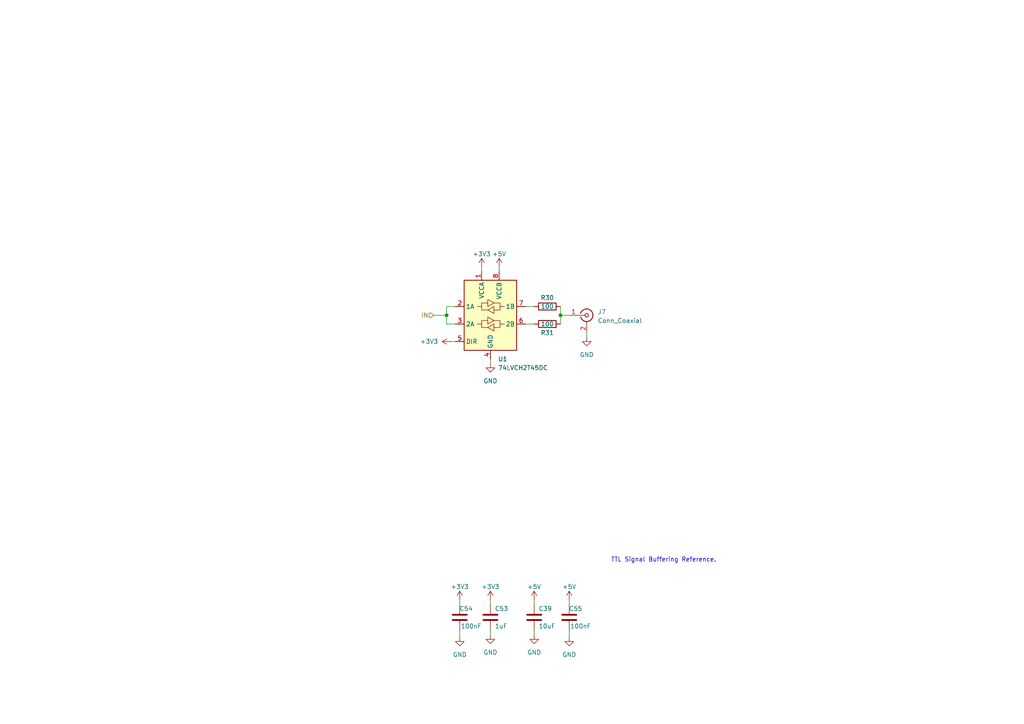
<source format=kicad_sch>
(kicad_sch (version 20231120) (generator "eeschema") (generator_version "8.0")
  (paper "A4")
  (title_block (title "Lickety Split Capacitive Lick Detector Main Board") (date "2023-09-01") (rev "1.0.0") (company "The Allen Institute for Neural Dynamics"))
  (lib_symbols
    (symbol "+5V_1" (power) (pin_numbers hide) (pin_names (offset 0) hide)
      (property "Value" "+5V" (at 0 3.556 0))
      (symbol "+5V_1_0_1"
        (polyline (pts (xy -0.762 1.27) (xy 0 2.54)))
        (polyline (pts (xy 0 0) (xy 0 2.54)))
        (polyline (pts (xy 0 2.54) (xy 0.762 1.27)))
      )
      (symbol "+5V_1_1_1"
        (pin power_in line (at 0 0 90) (length 0) (name "~") (number "1"))
      )
    )
    (symbol "Connector:Conn_Coaxial" (pin_names (offset 1.016) hide)
      (property "Reference" "J" (at 0.254 3.048 0))
      (property "Value" "Conn_Coaxial" (at 2.921 0 90))
      (symbol "Conn_Coaxial_0_1"
        (arc (start -1.778 -0.508) (mid 0.2311 -1.8066) (end 1.778 0) (stroke (width 0.254)))
        (polyline (pts (xy -2.54 0) (xy -0.508 0)))
        (polyline (pts (xy 0 -2.54) (xy 0 -1.778)))
        (circle (center 0 0) (radius 0.508) (stroke (width 0.2032)))
        (arc (start 1.778 0) (mid 0.2099 1.8101) (end -1.778 0.508) (stroke (width 0.254)))
      )
      (symbol "Conn_Coaxial_1_1"
        (pin passive line (at -5.08 0 0) (length 2.54) (name "In") (number "1"))
        (pin passive line (at 0 -5.08 90) (length 2.54) (name "Ext") (number "2"))
      )
    )
    (symbol "Device:C" (pin_numbers hide) (pin_names (offset 0.254))
      (property "Reference" "C" (at 0.635 2.54 0))
      (property "Value" "C" (at 0.635 -2.54 0))
      (symbol "C_0_1"
        (polyline (pts (xy -2.032 -0.762) (xy 2.032 -0.762)) (stroke (width 0.508)))
        (polyline (pts (xy -2.032 0.762) (xy 2.032 0.762)) (stroke (width 0.508)))
      )
      (symbol "C_1_1"
        (pin passive line (at 0 3.81 270) (length 2.794) (name "~") (number "1"))
        (pin passive line (at 0 -3.81 90) (length 2.794) (name "~") (number "2"))
      )
    )
    (symbol "Device:R" (pin_numbers hide) (pin_names (offset 0))
      (property "Reference" "R" (at 2.032 0 90))
      (property "Value" "R" (at 0 0 90))
      (symbol "R_0_1"
        (rectangle (start -1.016 -2.54) (end 1.016 2.54) (stroke (width 0.254)))
      )
      (symbol "R_1_1"
        (pin passive line (at 0 3.81 270) (length 1.27) (name "~") (number "1"))
        (pin passive line (at 0 -3.81 90) (length 1.27) (name "~") (number "2"))
      )
    )
    (symbol "Logic_LevelTranslator:74LVCH2T45DC"
      (property "Reference" "U" (at 6.35 -11.43 0))
      (property "Value" "74LVCH2T45DC" (at 10.16 11.43 0))
      (symbol "74LVCH2T45DC_1_1"
        (rectangle (start -7.62 10.16) (end 7.62 -10.16) (stroke (width 0.254)) (fill (type background)))
        (polyline (pts (xy -2.54 -2.54) (xy -2.54 -1.524) (xy -0.762 -1.524)))
        (polyline (pts (xy -2.54 2.54) (xy -2.54 3.556) (xy -0.762 3.556)))
        (polyline (pts (xy 2.794 -2.54) (xy 2.794 -3.556) (xy 1.016 -3.556)))
        (polyline (pts (xy 2.794 2.54) (xy 2.794 1.524) (xy 1.016 1.524)))
        (polyline (pts (xy -0.762 -3.556) (xy -2.54 -3.556) (xy -2.54 -2.54) (xy -3.81 -2.54)))
        (polyline (pts (xy -0.762 -2.54) (xy -0.762 -0.508) (xy 1.016 -1.524) (xy -0.762 -2.54)))
        (polyline (pts (xy -0.762 1.524) (xy -2.54 1.524) (xy -2.54 2.54) (xy -3.81 2.54)))
        (polyline (pts (xy -0.762 2.54) (xy -0.762 4.572) (xy 1.016 3.556) (xy -0.762 2.54)))
        (polyline (pts (xy 1.016 -1.524) (xy 2.794 -1.524) (xy 2.794 -2.54) (xy 4.064 -2.54)))
        (polyline (pts (xy 1.016 3.556) (xy 2.794 3.556) (xy 2.794 2.54) (xy 4.064 2.54)))
        (polyline (pts (xy 1.016 -2.54) (xy 1.016 -4.318) (xy 1.016 -4.572) (xy -0.762 -3.556) (xy 1.016 -2.54)))
        (polyline (pts (xy 1.016 2.54) (xy 1.016 0.762) (xy 1.016 0.508) (xy -0.762 1.524) (xy 1.016 2.54)))
        (pin power_in line (at -2.54 12.7 270) (length 2.54) (name "VCCA") (number "1"))
        (pin bidirectional line (at -10.16 2.54 0) (length 2.54) (name "1A") (number "2"))
        (pin bidirectional line (at -10.16 -2.54 0) (length 2.54) (name "2A") (number "3"))
        (pin power_in line (at 0 -12.7 90) (length 2.54) (name "GND") (number "4"))
        (pin input line (at -10.16 -7.62 0) (length 2.54) (name "DIR") (number "5"))
        (pin bidirectional line (at 10.16 -2.54 180) (length 2.54) (name "2B") (number "6"))
        (pin bidirectional line (at 10.16 2.54 180) (length 2.54) (name "1B") (number "7"))
        (pin power_in line (at 2.54 12.7 270) (length 2.54) (name "VCCB") (number "8"))
      )
    )
    (symbol "power:+3V3" (power) (pin_names (offset 0))
      (property "Value" "+3V3" (at 0 3.556 0))
      (symbol "+3V3_0_1"
        (polyline (pts (xy -0.762 1.27) (xy 0 2.54)))
        (polyline (pts (xy 0 0) (xy 0 2.54)))
        (polyline (pts (xy 0 2.54) (xy 0.762 1.27)))
      )
      (symbol "+3V3_1_1"
        (pin power_in line (at 0 0 90) (length 0) hide (name "+3V3") (number "1"))
      )
    )
    (symbol "power:+5V" (power) (pin_names (offset 0))
      (property "Value" "+5V" (at 0 3.556 0))
      (symbol "+5V_0_1"
        (polyline (pts (xy -0.762 1.27) (xy 0 2.54)))
        (polyline (pts (xy 0 0) (xy 0 2.54)))
        (polyline (pts (xy 0 2.54) (xy 0.762 1.27)))
      )
      (symbol "+5V_1_1"
        (pin power_in line (at 0 0 90) (length 0) hide (name "+5V") (number "1"))
      )
    )
    (symbol "power:GND" (power) (pin_names (offset 0))
      (property "Value" "GND" (at 0 -3.81 0))
      (symbol "GND_0_1"
        (polyline (pts (xy 0 0) (xy 0 -1.27) (xy 1.27 -1.27) (xy 0 -2.54) (xy -1.27 -1.27) (xy 0 -1.27)))
      )
      (symbol "GND_1_1"
        (pin power_in line (at 0 0 270) (length 0) hide (name "GND") (number "1"))
      )
    )
  )
  (junction (at 129.54 91.44))
  (junction (at 162.56 91.44))
  (wire (pts (xy 165.1 173.99) (xy 165.1 175.26)))
  (wire (pts (xy 129.54 88.9) (xy 129.54 91.44)))
  (wire (pts (xy 139.7 77.47) (xy 139.7 78.74)))
  (wire (pts (xy 129.54 91.44) (xy 129.54 93.98)))
  (wire (pts (xy 142.24 182.88) (xy 142.24 184.15)))
  (wire (pts (xy 162.56 91.44) (xy 165.1 91.44)))
  (wire (pts (xy 152.4 93.98) (xy 154.94 93.98)))
  (wire (pts (xy 162.56 91.44) (xy 162.56 93.98)))
  (wire (pts (xy 125.73 91.44) (xy 129.54 91.44)))
  (wire (pts (xy 142.24 104.14) (xy 142.24 105.41)))
  (wire (pts (xy 165.1 182.88) (xy 165.1 184.785)))
  (wire (pts (xy 132.08 88.9) (xy 129.54 88.9)))
  (wire (pts (xy 152.4 88.9) (xy 154.94 88.9)))
  (wire (pts (xy 154.94 173.99) (xy 154.94 175.26)))
  (wire (pts (xy 130.81 99.06) (xy 132.08 99.06)))
  (wire (pts (xy 142.24 173.99) (xy 142.24 175.26)))
  (wire (pts (xy 129.54 93.98) (xy 132.08 93.98)))
  (wire (pts (xy 170.18 96.52) (xy 170.18 97.79)))
  (wire (pts (xy 154.94 182.88) (xy 154.94 184.15)))
  (wire (pts (xy 144.78 77.47) (xy 144.78 78.74)))
  (wire (pts (xy 133.35 173.99) (xy 133.35 175.26)))
  (wire (pts (xy 133.35 182.88) (xy 133.35 184.785)))
  (wire (pts (xy 162.56 88.9) (xy 162.56 91.44)))
  (text "TTL Signal Buffering Reference." (at 177.165 163.195 0) (effects (font (size 1.27 1.27)) (justify left bottom)))
  (hierarchical_label "IN" (shape input) (at 125.73 91.44 180))
  (symbol (lib_id "power:+3V3") (at 133.35 173.99 0) (unit 1)
    (property "Reference" "#PWR0107" (effects (hide yes)))
    (property "Value" "+3V3" (at 133.35 170.18 0))
  )
  (symbol (lib_id "Device:C") (at 142.24 179.07 0) (unit 1)
    (property "Reference" "C53" (at 143.51 176.53 0) (effects (justify left)))
    (property "Value" "1uF" (at 143.51 181.61 0) (effects (justify left)))
    (property "Footprint" "Capacitor_SMD:C_0402_1005Metric" (effects (hide yes)))
    (property "Datasheet" "https://search.murata.co.jp/Ceramy/image/img/A01X/G101/ENG/GRM155R6YA105KE11-01.pdf" (effects (hide yes)))
    (property "Notes" "must not be polarized" (effects (hide yes)))
    (property "Link" "https://www.digikey.com/en/products/detail/murata-electronics/GRM155R6YA105KE11J/4905163" (effects (hide yes)))
    (property "Manufacturer Number" "GRM155R6YA105KE11J" (effects (hide yes)))
    (property "Manufacturer" "Murata Electronics" (effects (hide yes)))
    (property "Rated Voltage" "35V" (effects (hide yes)))
    (property "Temperature Coefficient" "X5R" (effects (hide yes)))
  )
  (symbol (lib_id "power:+3V3") (at 130.81 99.06 90) (unit 1)
    (property "Reference" "#PWR080" (effects (hide yes)))
    (property "Value" "+3V3" (at 124.46 99.06 90))
  )
  (symbol (lib_id "power:+5V") (at 165.1 173.99 0) (unit 1)
    (property "Reference" "#PWR0115" (effects (hide yes)))
    (property "Value" "+5V" (at 165.1 170.18 0))
  )
  (symbol (lib_id "power:GND") (at 154.94 184.15 0) (unit 1)
    (property "Reference" "#PWR083" (effects (hide yes)))
    (property "Value" "GND" (at 154.94 189.23 0))
  )
  (symbol (lib_id "power:GND") (at 142.24 105.41 0) (unit 1)
    (property "Reference" "#PWR099" (effects (hide yes)))
    (property "Value" "GND" (at 142.24 110.49 0))
  )
  (symbol (lib_id "power:+3V3") (at 139.7 77.47 0) (unit 1)
    (property "Reference" "#PWR097" (effects (hide yes)))
    (property "Value" "+3V3" (at 139.7 73.66 0))
  )
  (symbol (lib_id "power:GND") (at 165.1 184.785 0) (unit 1)
    (property "Reference" "#PWR0114" (effects (hide yes)))
    (property "Value" "GND" (at 165.1 189.865 0))
  )
  (symbol (lib_id "power:+3V3") (at 142.24 173.99 0) (unit 1)
    (property "Reference" "#PWR0102" (effects (hide yes)))
    (property "Value" "+3V3" (at 142.24 170.18 0))
  )
  (symbol (lib_name "+5V_1") (lib_id "power:+5V") (at 144.78 77.47 0) (unit 1)
    (property "Reference" "#PWR098" (effects (hide yes)))
    (property "Value" "+5V" (at 144.78 73.66 0))
    (property "Description" "Power symbol creates a global label with name \"+5V\"" (effects (hide yes)))
  )
  (symbol (lib_id "power:GND") (at 142.24 184.15 0) (unit 1)
    (property "Reference" "#PWR081" (effects (hide yes)))
    (property "Value" "GND" (at 142.24 189.23 0))
  )
  (symbol (lib_id "Device:C") (at 154.94 179.07 0) (unit 1)
    (property "Reference" "C39" (at 156.21 176.53 0) (effects (justify left)))
    (property "Value" "10uF" (at 156.21 181.61 0) (effects (justify left)))
    (property "Footprint" "Capacitor_SMD:C_0805_2012Metric" (effects (hide yes)))
    (property "Datasheet" "https://search.murata.co.jp/Ceramy/image/img/A01X/G101/ENG/GRM21BZ71E106KE15-01.pdf" (effects (hide yes)))
    (property "Link" "https://www.digikey.com/en/products/detail/murata-electronics/GRM21BZ71E106KE15L/13904911" (effects (hide yes)))
    (property "Manufacturer Number" "GRM21BZ71E106KE15L" (effects (hide yes)))
    (property "Rated Voltage" "25V" (effects (hide yes)))
    (property "Temperature Coefficient" "X7R" (effects (hide yes)))
    (property "Manufacturer" "Murata Electronics" (effects (hide yes)))
    (property "Alternate" "CL21B106KOQNNNE" (effects (hide yes)))
  )
  (symbol (lib_id "Logic_LevelTranslator:74LVCH2T45DC") (at 142.24 91.44 0) (unit 1)
    (property "Reference" "U1" (at 144.4341 104.14 0) (effects (justify left)))
    (property "Value" "74LVCH2T45DC" (at 144.4341 106.68 0) (effects (justify left)))
    (property "Footprint" "Package_SO:VSSOP-8_2.3x2mm_P0.5mm" (effects (hide yes)))
    (property "Datasheet" "https://assets.nexperia.com/documents/data-sheet/74LVC_LVCH2T45.pdf" (effects (hide yes)))
    (property "Link" "https://www.digikey.com/en/products/detail/nexperia-usa-inc/74LVCH2T45DC-125/2530613" (effects (hide yes)))
    (property "Manufacturer" "Nexperia USA Inc." (effects (hide yes)))
    (property "Manufacturer Number" "74LVCH2T45DC,125" (effects (hide yes)))
  )
  (symbol (lib_id "power:GND") (at 170.18 97.79 0) (unit 1)
    (property "Reference" "#PWR084" (effects (hide yes)))
    (property "Value" "GND" (at 170.18 102.87 0))
  )
  (symbol (lib_id "Device:C") (at 133.35 179.07 180) (unit 1)
    (property "Reference" "C54" (at 137.16 176.53 0) (effects (justify left)))
    (property "Value" "100nF" (at 139.7 181.61 0) (effects (justify left)))
    (property "Footprint" "Capacitor_SMD:C_0402_1005Metric" (effects (hide yes)))
    (property "Datasheet" "http://www.passivecomponent.com/wp-content/uploads/datasheet/WTC_MLCC_General_Purpose.pdf" (effects (hide yes)))
    (property "Link" "https://www.digikey.com/en/products/detail/walsin-technology-corporation/0402B104K160CT/6707534" (effects (hide yes)))
    (property "Manufacturer" "Walson Technology Corporation" (effects (hide yes)))
    (property "Manufacturer Number" "0402B104K160CT" (effects (hide yes)))
    (property "Rated Voltage" "16V" (effects (hide yes)))
    (property "Temperature Coefficient" "X7R" (effects (hide yes)))
    (property "Tolerance" "10%" (effects (hide yes)))
    (property "PCBWay Link" "https://www.pcbway.com/components/detail/0402B104K160CT/307171/" (effects (hide yes)))
  )
  (symbol (lib_id "Connector:Conn_Coaxial") (at 170.18 91.44 0) (unit 1)
    (property "Reference" "J7" (at 173.355 90.4632 0) (effects (justify left)))
    (property "Value" "Conn_Coaxial" (at 173.355 93.0032 0) (effects (justify left)))
    (property "Footprint" "kicad_component_library:SMA_TE_Connectivity_CONSMA002-SMD-G-T_Horizontal" (effects (hide yes)))
    (property "Link" "https://www.digikey.com/en/products/detail/te-connectivity-linx/CONSMA002-SMD-G-T/10524518" (effects (hide yes)))
    (property "Manufacturer" " TE Connectivity Linx" (effects (hide yes)))
    (property "Manufacturer Number" "CONSMA002-SMD-G-T" (effects (hide yes)))
  )
  (symbol (lib_id "power:GND") (at 133.35 184.785 0) (unit 1)
    (property "Reference" "#PWR0113" (effects (hide yes)))
    (property "Value" "GND" (at 133.35 189.865 0))
  )
  (symbol (lib_id "power:+5V") (at 154.94 173.99 0) (unit 1)
    (property "Reference" "#PWR082" (effects (hide yes)))
    (property "Value" "+5V" (at 154.94 170.18 0))
  )
  (symbol (lib_id "Device:R") (at 158.75 93.98 90) (unit 1)
    (property "Reference" "R31" (at 158.75 96.52 90))
    (property "Value" "100" (at 158.75 93.98 90))
    (property "Footprint" "Resistor_SMD:R_0603_1608Metric_Pad0.98x0.95mm_HandSolder" (effects (hide yes)))
    (property "Datasheet" "https://www.yageo.com/upload/media/product/productsearch/datasheet/rchip/PYu-SR_20105_RoHS_L_10.pdf" (effects (hide yes)))
    (property "Link" "https://www.digikey.com/en/products/detail/yageo/SR0603FR-7T100RL/9373096" (effects (hide yes)))
    (property "Manufacturer" "Yageo" (effects (hide yes)))
    (property "Manufacturer Number" "SR0603FR-7T100RL" (effects (hide yes)))
    (property "Notes" "1/4W" (effects (hide yes)))
    (property "Tolerance" "1%" (effects (hide yes)))
  )
  (symbol (lib_id "Device:C") (at 165.1 179.07 180) (unit 1)
    (property "Reference" "C55" (at 168.91 176.53 0) (effects (justify left)))
    (property "Value" "100nF" (at 171.45 181.61 0) (effects (justify left)))
    (property "Footprint" "Capacitor_SMD:C_0402_1005Metric" (effects (hide yes)))
    (property "Datasheet" "http://www.passivecomponent.com/wp-content/uploads/datasheet/WTC_MLCC_General_Purpose.pdf" (effects (hide yes)))
    (property "Link" "https://www.digikey.com/en/products/detail/walsin-technology-corporation/0402B104K160CT/6707534" (effects (hide yes)))
    (property "Manufacturer" "Walson Technology Corporation" (effects (hide yes)))
    (property "Manufacturer Number" "0402B104K160CT" (effects (hide yes)))
    (property "Rated Voltage" "16V" (effects (hide yes)))
    (property "Temperature Coefficient" "X7R" (effects (hide yes)))
    (property "Tolerance" "10%" (effects (hide yes)))
    (property "PCBWay Link" "https://www.pcbway.com/components/detail/0402B104K160CT/307171/" (effects (hide yes)))
  )
  (symbol (lib_id "Device:R") (at 158.75 88.9 90) (unit 1)
    (property "Reference" "R30" (at 158.75 86.36 90))
    (property "Value" "100" (at 158.75 88.9 90))
    (property "Footprint" "Resistor_SMD:R_0603_1608Metric_Pad0.98x0.95mm_HandSolder" (effects (hide yes)))
    (property "Datasheet" "https://www.yageo.com/upload/media/product/productsearch/datasheet/rchip/PYu-SR_20105_RoHS_L_10.pdf" (effects (hide yes)))
    (property "Link" "https://www.digikey.com/en/products/detail/yageo/SR0603FR-7T100RL/9373096" (effects (hide yes)))
    (property "Manufacturer" "Yageo" (effects (hide yes)))
    (property "Manufacturer Number" "SR0603FR-7T100RL" (effects (hide yes)))
    (property "Notes" "1/4W" (effects (hide yes)))
    (property "Tolerance" "1%" (effects (hide yes)))
  )
)
</source>
